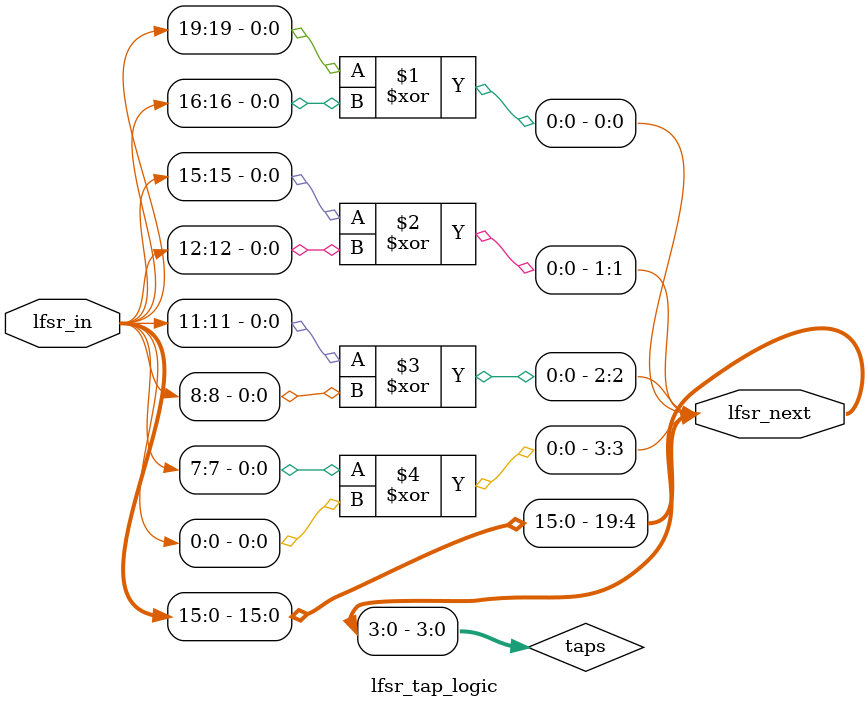
<source format=sv>
module multi_bit_lfsr (
    input  wire        clk,
    input  wire        rst,
    output wire [19:0] rnd_out
);

    wire [19:0] lfsr_next;
    wire [19:0] lfsr_reg;

    // LFSR register logic
    lfsr_register #(
        .WIDTH(20),
        .RESET_VALUE(20'hFACEB)
    ) u_lfsr_register (
        .clk        (clk),
        .rst        (rst),
        .lfsr_next  (lfsr_next),
        .lfsr_reg   (lfsr_reg)
    );

    // LFSR taps and next-state logic
    lfsr_tap_logic #(
        .WIDTH(20)
    ) u_lfsr_tap_logic (
        .lfsr_in    (lfsr_reg),
        .lfsr_next  (lfsr_next)
    );

    assign rnd_out = lfsr_reg;

endmodule

// -----------------------------------------------------------------------------
// lfsr_register
// Purpose: Synchronous register for the LFSR state with parameterized width and reset value
// -----------------------------------------------------------------------------
module lfsr_register #(
    parameter WIDTH = 20,
    parameter RESET_VALUE = 20'hFACEB
) (
    input  wire             clk,
    input  wire             rst,
    input  wire [WIDTH-1:0] lfsr_next,
    output reg  [WIDTH-1:0] lfsr_reg
);
    always @(posedge clk) begin
        if (rst)
            lfsr_reg <= RESET_VALUE;
        else
            lfsr_reg <= lfsr_next;
    end
endmodule

// -----------------------------------------------------------------------------
// lfsr_tap_logic
// Purpose: Generates next LFSR state using tap logic (parameterized for width)
// -----------------------------------------------------------------------------
module lfsr_tap_logic #(
    parameter WIDTH = 20
) (
    input  wire [WIDTH-1:0] lfsr_in,
    output wire [WIDTH-1:0] lfsr_next
);
    wire [3:0] taps;

    // Tap positions for a 20-bit LFSR
    assign taps[0] = lfsr_in[19] ^ lfsr_in[16];
    assign taps[1] = lfsr_in[15] ^ lfsr_in[12];
    assign taps[2] = lfsr_in[11] ^ lfsr_in[8];
    assign taps[3] = lfsr_in[7]  ^ lfsr_in[0];

    // Concatenate taps to form next LFSR state
    assign lfsr_next = {lfsr_in[15:0], taps};
endmodule
</source>
